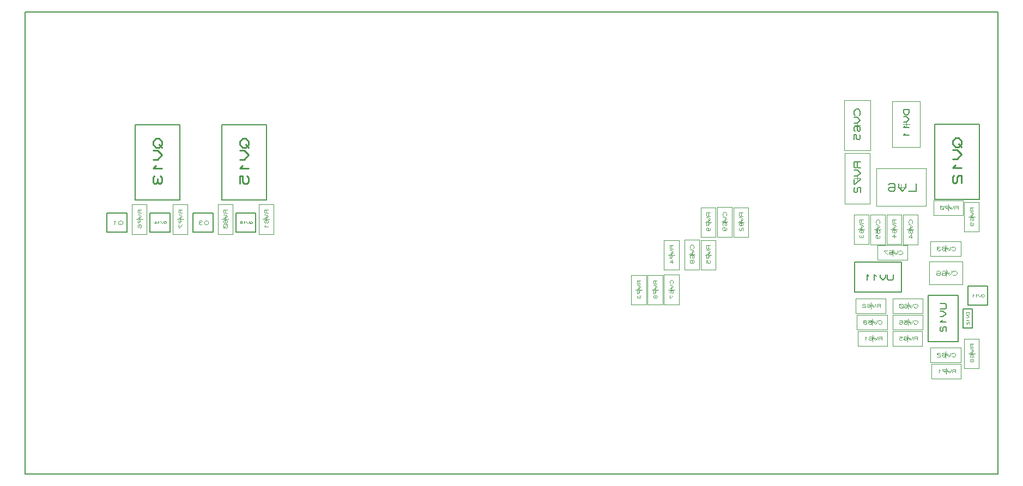
<source format=gbr>
G04 PROTEUS GERBER X2 FILE*
%TF.GenerationSoftware,Labcenter,Proteus,8.7-SP3-Build25561*%
%TF.CreationDate,2021-04-27T11:42:45+00:00*%
%TF.FileFunction,AssemblyDrawing,Bot*%
%TF.FilePolarity,Positive*%
%TF.Part,Single*%
%TF.SameCoordinates,{6203c4a4-ae23-4678-9b2e-be1f49d5fe9b}*%
%FSLAX45Y45*%
%MOMM*%
G01*
%TA.AperFunction,Profile*%
%ADD37C,0.203200*%
%TA.AperFunction,Material*%
%ADD39C,0.203200*%
%ADD127C,0.061970*%
%ADD120C,0.233420*%
%ADD100C,0.050000*%
%ADD128C,0.143000*%
%ADD122C,0.059690*%
%ADD101C,0.193750*%
%ADD117C,0.157000*%
%ADD121C,0.144780*%
%ADD118C,0.159000*%
%ADD119C,0.105000*%
%ADD116C,0.095000*%
%ADD115C,0.093000*%
%ADD129C,0.103290*%
%TD.AperFunction*%
D37*
X-6604000Y-4254500D02*
X+8509000Y-4254500D01*
X+8509000Y+2921000D01*
X-6604000Y+2921000D01*
X-6604000Y-4254500D01*
D39*
X+8041640Y-1630680D02*
X+8351520Y-1630680D01*
X+8351520Y-1338580D01*
X+8041640Y-1338580D01*
X+8041640Y-1630680D01*
D127*
X+8295740Y-1478433D02*
X+8283345Y-1466038D01*
X+8270950Y-1466038D01*
X+8258555Y-1478433D01*
X+8258555Y-1490828D01*
X+8270950Y-1503223D01*
X+8283345Y-1503223D01*
X+8295740Y-1490828D01*
X+8295740Y-1478433D01*
X+8270950Y-1490828D02*
X+8258555Y-1503223D01*
X+8246160Y-1466038D02*
X+8246160Y-1484630D01*
X+8227568Y-1503223D01*
X+8208975Y-1484630D01*
X+8208975Y-1466038D01*
X+8184185Y-1478433D02*
X+8171790Y-1466038D01*
X+8171790Y-1503223D01*
X+8134605Y-1478433D02*
X+8122210Y-1466038D01*
X+8122210Y-1503223D01*
D39*
X+7524750Y+7620D02*
X+8223250Y+7620D01*
X+8223250Y+1174750D01*
X+7524750Y+1174750D01*
X+7524750Y+7620D01*
D120*
X+7850658Y+964665D02*
X+7803973Y+917980D01*
X+7803973Y+871295D01*
X+7850658Y+824610D01*
X+7897343Y+824610D01*
X+7944028Y+871295D01*
X+7944028Y+917980D01*
X+7897343Y+964665D01*
X+7850658Y+964665D01*
X+7897343Y+871295D02*
X+7944028Y+824610D01*
X+7803973Y+777925D02*
X+7874000Y+777925D01*
X+7944028Y+707898D01*
X+7874000Y+637870D01*
X+7803973Y+637870D01*
X+7850658Y+544500D02*
X+7803973Y+497815D01*
X+7944028Y+497815D01*
X+7827315Y+381103D02*
X+7803973Y+357760D01*
X+7803973Y+287733D01*
X+7827315Y+264390D01*
X+7850658Y+264390D01*
X+7874000Y+287733D01*
X+7874000Y+357760D01*
X+7897343Y+381103D01*
X+7944028Y+381103D01*
X+7944028Y+264390D01*
D100*
X+6871600Y+824620D02*
X+6871600Y+1534620D01*
X+7301600Y+1534620D01*
X+7301600Y+824620D01*
X+6871600Y+824620D01*
X+7136600Y+1179620D02*
X+7036600Y+1179620D01*
X+7086600Y+1229620D02*
X+7086600Y+1129620D01*
D128*
X+7129500Y+1408420D02*
X+7043700Y+1408420D01*
X+7043700Y+1351220D01*
X+7072300Y+1322620D01*
X+7100900Y+1322620D01*
X+7129500Y+1351220D01*
X+7129500Y+1408420D01*
X+7043700Y+1294020D02*
X+7086600Y+1294020D01*
X+7129500Y+1251120D01*
X+7086600Y+1208220D01*
X+7043700Y+1208220D01*
X+7072300Y+1151020D02*
X+7043700Y+1122420D01*
X+7129500Y+1122420D01*
X+7072300Y+1036620D02*
X+7043700Y+1008020D01*
X+7129500Y+1008020D01*
D39*
X+7964020Y-1992630D02*
X+8114180Y-1992630D01*
X+8114180Y-1694180D01*
X+7964020Y-1694180D01*
X+7964020Y-1992630D01*
D122*
X+8057007Y-1747901D02*
X+8021193Y-1747901D01*
X+8021193Y-1771777D01*
X+8033131Y-1783715D01*
X+8045069Y-1783715D01*
X+8057007Y-1771777D01*
X+8057007Y-1747901D01*
X+8021193Y-1795653D02*
X+8039100Y-1795653D01*
X+8057007Y-1813560D01*
X+8039100Y-1831467D01*
X+8021193Y-1831467D01*
X+8033131Y-1855343D02*
X+8021193Y-1867281D01*
X+8057007Y-1867281D01*
X+8027162Y-1897126D02*
X+8021193Y-1903095D01*
X+8021193Y-1921002D01*
X+8027162Y-1926971D01*
X+8033131Y-1926971D01*
X+8039100Y-1921002D01*
X+8039100Y-1903095D01*
X+8045069Y-1897126D01*
X+8057007Y-1897126D01*
X+8057007Y-1926971D01*
D100*
X+6620600Y+488120D02*
X+7390600Y+488120D01*
X+7390600Y-91880D01*
X+6620600Y-91880D01*
X+6620600Y+488120D01*
X+7005600Y+148120D02*
X+7005600Y+248120D01*
X+7055600Y+198120D02*
X+6955600Y+198120D01*
D101*
X+7238100Y+256245D02*
X+7238100Y+139995D01*
X+7121850Y+139995D01*
X+7083100Y+256245D02*
X+7083100Y+198120D01*
X+7024975Y+139995D01*
X+6966850Y+198120D01*
X+6966850Y+256245D01*
X+6811850Y+236870D02*
X+6831225Y+256245D01*
X+6889350Y+256245D01*
X+6908725Y+236870D01*
X+6908725Y+159370D01*
X+6889350Y+139995D01*
X+6831225Y+139995D01*
X+6811850Y+159370D01*
X+6811850Y+178745D01*
X+6831225Y+198120D01*
X+6908725Y+198120D01*
D100*
X+6124600Y+769620D02*
X+6124600Y+1549620D01*
X+6524600Y+1549620D01*
X+6524600Y+769620D01*
X+6124600Y+769620D01*
X+6374600Y+1159620D02*
X+6274600Y+1159620D01*
X+6324600Y+1209620D02*
X+6324600Y+1109620D01*
D117*
X+6356000Y+1316620D02*
X+6371700Y+1332320D01*
X+6371700Y+1379420D01*
X+6340300Y+1410820D01*
X+6308900Y+1410820D01*
X+6277500Y+1379420D01*
X+6277500Y+1332320D01*
X+6293200Y+1316620D01*
X+6277500Y+1285220D02*
X+6324600Y+1285220D01*
X+6371700Y+1238120D01*
X+6324600Y+1191020D01*
X+6277500Y+1191020D01*
X+6293200Y+1065420D02*
X+6277500Y+1081120D01*
X+6277500Y+1128220D01*
X+6293200Y+1143920D01*
X+6356000Y+1143920D01*
X+6371700Y+1128220D01*
X+6371700Y+1081120D01*
X+6356000Y+1065420D01*
X+6340300Y+1065420D01*
X+6324600Y+1081120D01*
X+6324600Y+1143920D01*
X+6277500Y+939820D02*
X+6277500Y+1018320D01*
X+6308900Y+1018320D01*
X+6308900Y+955520D01*
X+6324600Y+939820D01*
X+6356000Y+939820D01*
X+6371700Y+955520D01*
X+6371700Y+1002620D01*
X+6356000Y+1018320D01*
D39*
X+6286500Y-1432560D02*
X+7010400Y-1432560D01*
X+7010400Y-965200D01*
X+6286500Y-965200D01*
X+6286500Y-1432560D01*
D121*
X+6880098Y-1155446D02*
X+6880098Y-1227836D01*
X+6865620Y-1242314D01*
X+6807708Y-1242314D01*
X+6793230Y-1227836D01*
X+6793230Y-1155446D01*
X+6764274Y-1155446D02*
X+6764274Y-1198880D01*
X+6720840Y-1242314D01*
X+6677406Y-1198880D01*
X+6677406Y-1155446D01*
X+6619494Y-1184402D02*
X+6590538Y-1155446D01*
X+6590538Y-1242314D01*
X+6503670Y-1184402D02*
X+6474714Y-1155446D01*
X+6474714Y-1242314D01*
D39*
X+7424420Y-2202180D02*
X+7891780Y-2202180D01*
X+7891780Y-1478280D01*
X+7424420Y-1478280D01*
X+7424420Y-2202180D01*
D121*
X+7614666Y-1608582D02*
X+7687056Y-1608582D01*
X+7701534Y-1623060D01*
X+7701534Y-1680972D01*
X+7687056Y-1695450D01*
X+7614666Y-1695450D01*
X+7614666Y-1724406D02*
X+7658100Y-1724406D01*
X+7701534Y-1767840D01*
X+7658100Y-1811274D01*
X+7614666Y-1811274D01*
X+7643622Y-1869186D02*
X+7614666Y-1898142D01*
X+7701534Y-1898142D01*
X+7629144Y-1970532D02*
X+7614666Y-1985010D01*
X+7614666Y-2028444D01*
X+7629144Y-2042922D01*
X+7643622Y-2042922D01*
X+7658100Y-2028444D01*
X+7658100Y-1985010D01*
X+7672578Y-1970532D01*
X+7701534Y-1970532D01*
X+7701534Y-2042922D01*
D100*
X+6519600Y+732620D02*
X+6519600Y-57380D01*
X+6129600Y-57380D01*
X+6129600Y+732620D01*
X+6519600Y+732620D01*
X+6274600Y+337620D02*
X+6374600Y+337620D01*
X+6324600Y+287620D02*
X+6324600Y+387620D01*
D118*
X+6372300Y+592020D02*
X+6276900Y+592020D01*
X+6276900Y+512520D01*
X+6292800Y+496620D01*
X+6308700Y+496620D01*
X+6324600Y+512520D01*
X+6324600Y+592020D01*
X+6324600Y+512520D02*
X+6340500Y+496620D01*
X+6372300Y+496620D01*
X+6276900Y+464820D02*
X+6324600Y+464820D01*
X+6372300Y+417120D01*
X+6324600Y+369420D01*
X+6276900Y+369420D01*
X+6276900Y+321720D02*
X+6276900Y+242220D01*
X+6292800Y+242220D01*
X+6372300Y+321720D01*
X+6292800Y+194520D02*
X+6276900Y+178620D01*
X+6276900Y+130920D01*
X+6292800Y+115020D01*
X+6308700Y+115020D01*
X+6324600Y+130920D01*
X+6324600Y+178620D01*
X+6340500Y+194520D01*
X+6372300Y+194520D01*
X+6372300Y+115020D01*
D100*
X+7963600Y-1310380D02*
X+7443600Y-1310380D01*
X+7443600Y-960380D01*
X+7963600Y-960380D01*
X+7963600Y-1310380D01*
X+7703600Y-1085380D02*
X+7703600Y-1185380D01*
X+7653600Y-1135380D02*
X+7753600Y-1135380D01*
D119*
X+7808600Y-1156380D02*
X+7819100Y-1166880D01*
X+7850600Y-1166880D01*
X+7871600Y-1145880D01*
X+7871600Y-1124880D01*
X+7850600Y-1103880D01*
X+7819100Y-1103880D01*
X+7808600Y-1114380D01*
X+7787600Y-1103880D02*
X+7787600Y-1135380D01*
X+7756100Y-1166880D01*
X+7724600Y-1135380D01*
X+7724600Y-1103880D01*
X+7640600Y-1114380D02*
X+7651100Y-1103880D01*
X+7682600Y-1103880D01*
X+7693100Y-1114380D01*
X+7693100Y-1156380D01*
X+7682600Y-1166880D01*
X+7651100Y-1166880D01*
X+7640600Y-1156380D01*
X+7640600Y-1145880D01*
X+7651100Y-1135380D01*
X+7693100Y-1135380D01*
X+7556600Y-1114380D02*
X+7567100Y-1103880D01*
X+7598600Y-1103880D01*
X+7609100Y-1114380D01*
X+7609100Y-1156380D01*
X+7598600Y-1166880D01*
X+7567100Y-1166880D01*
X+7556600Y-1156380D01*
X+7556600Y-1145880D01*
X+7567100Y-1135380D01*
X+7609100Y-1135380D01*
D100*
X+7933600Y-869380D02*
X+7463600Y-869380D01*
X+7463600Y-639380D01*
X+7933600Y-639380D01*
X+7933600Y-869380D01*
X+7698600Y-704380D02*
X+7698600Y-804380D01*
X+7648600Y-754380D02*
X+7748600Y-754380D01*
D116*
X+7793600Y-773380D02*
X+7803100Y-782880D01*
X+7831600Y-782880D01*
X+7850600Y-763880D01*
X+7850600Y-744880D01*
X+7831600Y-725880D01*
X+7803100Y-725880D01*
X+7793600Y-735380D01*
X+7774600Y-725880D02*
X+7774600Y-754380D01*
X+7746100Y-782880D01*
X+7717600Y-754380D01*
X+7717600Y-725880D01*
X+7641600Y-735380D02*
X+7651100Y-725880D01*
X+7679600Y-725880D01*
X+7689100Y-735380D01*
X+7689100Y-773380D01*
X+7679600Y-782880D01*
X+7651100Y-782880D01*
X+7641600Y-773380D01*
X+7641600Y-763880D01*
X+7651100Y-754380D01*
X+7689100Y-754380D01*
X+7613100Y-735380D02*
X+7603600Y-725880D01*
X+7575100Y-725880D01*
X+7565600Y-735380D01*
X+7565600Y-744880D01*
X+7575100Y-754380D01*
X+7565600Y-763880D01*
X+7565600Y-773380D01*
X+7575100Y-782880D01*
X+7603600Y-782880D01*
X+7613100Y-773380D01*
X+7594100Y-754380D02*
X+7575100Y-754380D01*
D100*
X+6790600Y-2266380D02*
X+6330600Y-2266380D01*
X+6330600Y-2036380D01*
X+6790600Y-2036380D01*
X+6790600Y-2266380D01*
X+6560600Y-2101380D02*
X+6560600Y-2201380D01*
X+6510600Y-2151380D02*
X+6610600Y-2151380D01*
D115*
X+6709400Y-2179280D02*
X+6709400Y-2123480D01*
X+6662900Y-2123480D01*
X+6653600Y-2132780D01*
X+6653600Y-2142080D01*
X+6662900Y-2151380D01*
X+6709400Y-2151380D01*
X+6662900Y-2151380D02*
X+6653600Y-2160680D01*
X+6653600Y-2179280D01*
X+6635000Y-2123480D02*
X+6635000Y-2151380D01*
X+6607100Y-2179280D01*
X+6579200Y-2151380D01*
X+6579200Y-2123480D01*
X+6504800Y-2132780D02*
X+6514100Y-2123480D01*
X+6542000Y-2123480D01*
X+6551300Y-2132780D01*
X+6551300Y-2169980D01*
X+6542000Y-2179280D01*
X+6514100Y-2179280D01*
X+6504800Y-2169980D01*
X+6504800Y-2160680D01*
X+6514100Y-2151380D01*
X+6551300Y-2151380D01*
X+6467600Y-2142080D02*
X+6449000Y-2123480D01*
X+6449000Y-2179280D01*
D100*
X+6763100Y-1758380D02*
X+6303100Y-1758380D01*
X+6303100Y-1528380D01*
X+6763100Y-1528380D01*
X+6763100Y-1758380D01*
X+6533100Y-1593380D02*
X+6533100Y-1693380D01*
X+6483100Y-1643380D02*
X+6583100Y-1643380D01*
D115*
X+6681900Y-1671280D02*
X+6681900Y-1615480D01*
X+6635400Y-1615480D01*
X+6626100Y-1624780D01*
X+6626100Y-1634080D01*
X+6635400Y-1643380D01*
X+6681900Y-1643380D01*
X+6635400Y-1643380D02*
X+6626100Y-1652680D01*
X+6626100Y-1671280D01*
X+6607500Y-1615480D02*
X+6607500Y-1643380D01*
X+6579600Y-1671280D01*
X+6551700Y-1643380D01*
X+6551700Y-1615480D01*
X+6477300Y-1624780D02*
X+6486600Y-1615480D01*
X+6514500Y-1615480D01*
X+6523800Y-1624780D01*
X+6523800Y-1661980D01*
X+6514500Y-1671280D01*
X+6486600Y-1671280D01*
X+6477300Y-1661980D01*
X+6477300Y-1652680D01*
X+6486600Y-1643380D01*
X+6523800Y-1643380D01*
X+6449400Y-1624780D02*
X+6440100Y-1615480D01*
X+6412200Y-1615480D01*
X+6402900Y-1624780D01*
X+6402900Y-1634080D01*
X+6412200Y-1643380D01*
X+6440100Y-1643380D01*
X+6449400Y-1652680D01*
X+6449400Y-1671280D01*
X+6402900Y-1671280D01*
D100*
X+6273100Y-684880D02*
X+6273100Y-224880D01*
X+6503100Y-224880D01*
X+6503100Y-684880D01*
X+6273100Y-684880D01*
X+6438100Y-454880D02*
X+6338100Y-454880D01*
X+6388100Y-404880D02*
X+6388100Y-504880D01*
D115*
X+6416000Y-306080D02*
X+6360200Y-306080D01*
X+6360200Y-352580D01*
X+6369500Y-361880D01*
X+6378800Y-361880D01*
X+6388100Y-352580D01*
X+6388100Y-306080D01*
X+6388100Y-352580D02*
X+6397400Y-361880D01*
X+6416000Y-361880D01*
X+6360200Y-380480D02*
X+6388100Y-380480D01*
X+6416000Y-408380D01*
X+6388100Y-436280D01*
X+6360200Y-436280D01*
X+6369500Y-510680D02*
X+6360200Y-501380D01*
X+6360200Y-473480D01*
X+6369500Y-464180D01*
X+6406700Y-464180D01*
X+6416000Y-473480D01*
X+6416000Y-501380D01*
X+6406700Y-510680D01*
X+6397400Y-510680D01*
X+6388100Y-501380D01*
X+6388100Y-464180D01*
X+6369500Y-538580D02*
X+6360200Y-547880D01*
X+6360200Y-575780D01*
X+6369500Y-585080D01*
X+6378800Y-585080D01*
X+6388100Y-575780D01*
X+6397400Y-585080D01*
X+6406700Y-585080D01*
X+6416000Y-575780D01*
X+6416000Y-547880D01*
X+6406700Y-538580D01*
X+6388100Y-557180D02*
X+6388100Y-575780D01*
D100*
X+6781100Y-684880D02*
X+6781100Y-224880D01*
X+7011100Y-224880D01*
X+7011100Y-684880D01*
X+6781100Y-684880D01*
X+6946100Y-454880D02*
X+6846100Y-454880D01*
X+6896100Y-404880D02*
X+6896100Y-504880D01*
D115*
X+6924000Y-306080D02*
X+6868200Y-306080D01*
X+6868200Y-352580D01*
X+6877500Y-361880D01*
X+6886800Y-361880D01*
X+6896100Y-352580D01*
X+6896100Y-306080D01*
X+6896100Y-352580D02*
X+6905400Y-361880D01*
X+6924000Y-361880D01*
X+6868200Y-380480D02*
X+6896100Y-380480D01*
X+6924000Y-408380D01*
X+6896100Y-436280D01*
X+6868200Y-436280D01*
X+6877500Y-510680D02*
X+6868200Y-501380D01*
X+6868200Y-473480D01*
X+6877500Y-464180D01*
X+6914700Y-464180D01*
X+6924000Y-473480D01*
X+6924000Y-501380D01*
X+6914700Y-510680D01*
X+6905400Y-510680D01*
X+6896100Y-501380D01*
X+6896100Y-464180D01*
X+6905400Y-585080D02*
X+6905400Y-529280D01*
X+6868200Y-566480D01*
X+6924000Y-566480D01*
D100*
X+7334600Y-2266380D02*
X+6874600Y-2266380D01*
X+6874600Y-2036380D01*
X+7334600Y-2036380D01*
X+7334600Y-2266380D01*
X+7104600Y-2101380D02*
X+7104600Y-2201380D01*
X+7054600Y-2151380D02*
X+7154600Y-2151380D01*
D115*
X+7253400Y-2179280D02*
X+7253400Y-2123480D01*
X+7206900Y-2123480D01*
X+7197600Y-2132780D01*
X+7197600Y-2142080D01*
X+7206900Y-2151380D01*
X+7253400Y-2151380D01*
X+7206900Y-2151380D02*
X+7197600Y-2160680D01*
X+7197600Y-2179280D01*
X+7179000Y-2123480D02*
X+7179000Y-2151380D01*
X+7151100Y-2179280D01*
X+7123200Y-2151380D01*
X+7123200Y-2123480D01*
X+7048800Y-2132780D02*
X+7058100Y-2123480D01*
X+7086000Y-2123480D01*
X+7095300Y-2132780D01*
X+7095300Y-2169980D01*
X+7086000Y-2179280D01*
X+7058100Y-2179280D01*
X+7048800Y-2169980D01*
X+7048800Y-2160680D01*
X+7058100Y-2151380D01*
X+7095300Y-2151380D01*
X+6974400Y-2123480D02*
X+7020900Y-2123480D01*
X+7020900Y-2142080D01*
X+6983700Y-2142080D01*
X+6974400Y-2151380D01*
X+6974400Y-2169980D01*
X+6983700Y-2179280D01*
X+7011600Y-2179280D01*
X+7020900Y-2169980D01*
D100*
X+8217600Y-2157380D02*
X+8217600Y-2617380D01*
X+7987600Y-2617380D01*
X+7987600Y-2157380D01*
X+8217600Y-2157380D01*
X+8052600Y-2387380D02*
X+8152600Y-2387380D01*
X+8102600Y-2437380D02*
X+8102600Y-2337380D01*
D115*
X+8130500Y-2238580D02*
X+8074700Y-2238580D01*
X+8074700Y-2285080D01*
X+8084000Y-2294380D01*
X+8093300Y-2294380D01*
X+8102600Y-2285080D01*
X+8102600Y-2238580D01*
X+8102600Y-2285080D02*
X+8111900Y-2294380D01*
X+8130500Y-2294380D01*
X+8074700Y-2312980D02*
X+8102600Y-2312980D01*
X+8130500Y-2340880D01*
X+8102600Y-2368780D01*
X+8074700Y-2368780D01*
X+8084000Y-2443180D02*
X+8074700Y-2433880D01*
X+8074700Y-2405980D01*
X+8084000Y-2396680D01*
X+8121200Y-2396680D01*
X+8130500Y-2405980D01*
X+8130500Y-2433880D01*
X+8121200Y-2443180D01*
X+8111900Y-2443180D01*
X+8102600Y-2433880D01*
X+8102600Y-2396680D01*
X+8102600Y-2480380D02*
X+8093300Y-2471080D01*
X+8084000Y-2471080D01*
X+8074700Y-2480380D01*
X+8074700Y-2508280D01*
X+8084000Y-2517580D01*
X+8093300Y-2517580D01*
X+8102600Y-2508280D01*
X+8102600Y-2480380D01*
X+8111900Y-2471080D01*
X+8121200Y-2471080D01*
X+8130500Y-2480380D01*
X+8130500Y-2508280D01*
X+8121200Y-2517580D01*
X+8111900Y-2517580D01*
X+8102600Y-2508280D01*
D100*
X+7933600Y-2520380D02*
X+7463600Y-2520380D01*
X+7463600Y-2290380D01*
X+7933600Y-2290380D01*
X+7933600Y-2520380D01*
X+7698600Y-2355380D02*
X+7698600Y-2455380D01*
X+7648600Y-2405380D02*
X+7748600Y-2405380D01*
D116*
X+7793600Y-2424380D02*
X+7803100Y-2433880D01*
X+7831600Y-2433880D01*
X+7850600Y-2414880D01*
X+7850600Y-2395880D01*
X+7831600Y-2376880D01*
X+7803100Y-2376880D01*
X+7793600Y-2386380D01*
X+7774600Y-2376880D02*
X+7774600Y-2405380D01*
X+7746100Y-2433880D01*
X+7717600Y-2405380D01*
X+7717600Y-2376880D01*
X+7641600Y-2386380D02*
X+7651100Y-2376880D01*
X+7679600Y-2376880D01*
X+7689100Y-2386380D01*
X+7689100Y-2424380D01*
X+7679600Y-2433880D01*
X+7651100Y-2433880D01*
X+7641600Y-2424380D01*
X+7641600Y-2414880D01*
X+7651100Y-2405380D01*
X+7689100Y-2405380D01*
X+7613100Y-2386380D02*
X+7603600Y-2376880D01*
X+7575100Y-2376880D01*
X+7565600Y-2386380D01*
X+7565600Y-2395880D01*
X+7575100Y-2405380D01*
X+7603600Y-2405380D01*
X+7613100Y-2414880D01*
X+7613100Y-2433880D01*
X+7565600Y-2433880D01*
D100*
X+7265100Y-224880D02*
X+7265100Y-694880D01*
X+7035100Y-694880D01*
X+7035100Y-224880D01*
X+7265100Y-224880D01*
X+7100100Y-459880D02*
X+7200100Y-459880D01*
X+7150100Y-509880D02*
X+7150100Y-409880D01*
D116*
X+7169100Y-364880D02*
X+7178600Y-355380D01*
X+7178600Y-326880D01*
X+7159600Y-307880D01*
X+7140600Y-307880D01*
X+7121600Y-326880D01*
X+7121600Y-355380D01*
X+7131100Y-364880D01*
X+7121600Y-383880D02*
X+7150100Y-383880D01*
X+7178600Y-412380D01*
X+7150100Y-440880D01*
X+7121600Y-440880D01*
X+7131100Y-516880D02*
X+7121600Y-507380D01*
X+7121600Y-478880D01*
X+7131100Y-469380D01*
X+7169100Y-469380D01*
X+7178600Y-478880D01*
X+7178600Y-507380D01*
X+7169100Y-516880D01*
X+7159600Y-516880D01*
X+7150100Y-507380D01*
X+7150100Y-469380D01*
X+7159600Y-592880D02*
X+7159600Y-535880D01*
X+7121600Y-573880D01*
X+7178600Y-573880D01*
D100*
X+8217600Y-34380D02*
X+8217600Y-494380D01*
X+7987600Y-494380D01*
X+7987600Y-34380D01*
X+8217600Y-34380D01*
X+8052600Y-264380D02*
X+8152600Y-264380D01*
X+8102600Y-314380D02*
X+8102600Y-214380D01*
D115*
X+8130500Y-115580D02*
X+8074700Y-115580D01*
X+8074700Y-162080D01*
X+8084000Y-171380D01*
X+8093300Y-171380D01*
X+8102600Y-162080D01*
X+8102600Y-115580D01*
X+8102600Y-162080D02*
X+8111900Y-171380D01*
X+8130500Y-171380D01*
X+8074700Y-189980D02*
X+8102600Y-189980D01*
X+8130500Y-217880D01*
X+8102600Y-245780D01*
X+8074700Y-245780D01*
X+8084000Y-320180D02*
X+8074700Y-310880D01*
X+8074700Y-282980D01*
X+8084000Y-273680D01*
X+8121200Y-273680D01*
X+8130500Y-282980D01*
X+8130500Y-310880D01*
X+8121200Y-320180D01*
X+8111900Y-320180D01*
X+8102600Y-310880D01*
X+8102600Y-273680D01*
X+8093300Y-394580D02*
X+8102600Y-385280D01*
X+8102600Y-357380D01*
X+8093300Y-348080D01*
X+8084000Y-348080D01*
X+8074700Y-357380D01*
X+8074700Y-385280D01*
X+8084000Y-394580D01*
X+8121200Y-394580D01*
X+8130500Y-385280D01*
X+8130500Y-357380D01*
D100*
X+7509600Y-4380D02*
X+7969600Y-4380D01*
X+7969600Y-234380D01*
X+7509600Y-234380D01*
X+7509600Y-4380D01*
X+7739600Y-169380D02*
X+7739600Y-69380D01*
X+7789600Y-119380D02*
X+7689600Y-119380D01*
D115*
X+7888400Y-147280D02*
X+7888400Y-91480D01*
X+7841900Y-91480D01*
X+7832600Y-100780D01*
X+7832600Y-110080D01*
X+7841900Y-119380D01*
X+7888400Y-119380D01*
X+7841900Y-119380D02*
X+7832600Y-128680D01*
X+7832600Y-147280D01*
X+7814000Y-91480D02*
X+7814000Y-119380D01*
X+7786100Y-147280D01*
X+7758200Y-119380D01*
X+7758200Y-91480D01*
X+7730300Y-91480D02*
X+7683800Y-91480D01*
X+7683800Y-100780D01*
X+7730300Y-147280D01*
X+7665200Y-137980D02*
X+7665200Y-100780D01*
X+7655900Y-91480D01*
X+7618700Y-91480D01*
X+7609400Y-100780D01*
X+7609400Y-137980D01*
X+7618700Y-147280D01*
X+7655900Y-147280D01*
X+7665200Y-137980D01*
X+7665200Y-147280D02*
X+7609400Y-91480D01*
D100*
X+7933600Y-2774380D02*
X+7473600Y-2774380D01*
X+7473600Y-2544380D01*
X+7933600Y-2544380D01*
X+7933600Y-2774380D01*
X+7703600Y-2609380D02*
X+7703600Y-2709380D01*
X+7653600Y-2659380D02*
X+7753600Y-2659380D01*
D115*
X+7852400Y-2687280D02*
X+7852400Y-2631480D01*
X+7805900Y-2631480D01*
X+7796600Y-2640780D01*
X+7796600Y-2650080D01*
X+7805900Y-2659380D01*
X+7852400Y-2659380D01*
X+7805900Y-2659380D02*
X+7796600Y-2668680D01*
X+7796600Y-2687280D01*
X+7778000Y-2631480D02*
X+7778000Y-2659380D01*
X+7750100Y-2687280D01*
X+7722200Y-2659380D01*
X+7722200Y-2631480D01*
X+7694300Y-2631480D02*
X+7647800Y-2631480D01*
X+7647800Y-2640780D01*
X+7694300Y-2687280D01*
X+7610600Y-2650080D02*
X+7592000Y-2631480D01*
X+7592000Y-2687280D01*
D100*
X+6757100Y-224880D02*
X+6757100Y-694880D01*
X+6527100Y-694880D01*
X+6527100Y-224880D01*
X+6757100Y-224880D01*
X+6592100Y-459880D02*
X+6692100Y-459880D01*
X+6642100Y-509880D02*
X+6642100Y-409880D01*
D116*
X+6661100Y-364880D02*
X+6670600Y-355380D01*
X+6670600Y-326880D01*
X+6651600Y-307880D01*
X+6632600Y-307880D01*
X+6613600Y-326880D01*
X+6613600Y-355380D01*
X+6623100Y-364880D01*
X+6613600Y-383880D02*
X+6642100Y-383880D01*
X+6670600Y-412380D01*
X+6642100Y-440880D01*
X+6613600Y-440880D01*
X+6613600Y-516880D02*
X+6613600Y-469380D01*
X+6632600Y-469380D01*
X+6632600Y-507380D01*
X+6642100Y-516880D01*
X+6661100Y-516880D01*
X+6670600Y-507380D01*
X+6670600Y-478880D01*
X+6661100Y-469380D01*
X+6632600Y-592880D02*
X+6642100Y-583380D01*
X+6642100Y-554880D01*
X+6632600Y-545380D01*
X+6623100Y-545380D01*
X+6613600Y-554880D01*
X+6613600Y-583380D01*
X+6623100Y-592880D01*
X+6661100Y-592880D01*
X+6670600Y-583380D01*
X+6670600Y-554880D01*
D100*
X+7108100Y-932880D02*
X+6638100Y-932880D01*
X+6638100Y-702880D01*
X+7108100Y-702880D01*
X+7108100Y-932880D01*
X+6873100Y-767880D02*
X+6873100Y-867880D01*
X+6823100Y-817880D02*
X+6923100Y-817880D01*
D116*
X+6968100Y-836880D02*
X+6977600Y-846380D01*
X+7006100Y-846380D01*
X+7025100Y-827380D01*
X+7025100Y-808380D01*
X+7006100Y-789380D01*
X+6977600Y-789380D01*
X+6968100Y-798880D01*
X+6949100Y-789380D02*
X+6949100Y-817880D01*
X+6920600Y-846380D01*
X+6892100Y-817880D01*
X+6892100Y-789380D01*
X+6816100Y-789380D02*
X+6863600Y-789380D01*
X+6863600Y-808380D01*
X+6825600Y-808380D01*
X+6816100Y-817880D01*
X+6816100Y-836880D01*
X+6825600Y-846380D01*
X+6854100Y-846380D01*
X+6863600Y-836880D01*
X+6787600Y-789380D02*
X+6740100Y-789380D01*
X+6740100Y-798880D01*
X+6787600Y-846380D01*
D100*
X+7344600Y-1758380D02*
X+6874600Y-1758380D01*
X+6874600Y-1528380D01*
X+7344600Y-1528380D01*
X+7344600Y-1758380D01*
X+7109600Y-1593380D02*
X+7109600Y-1693380D01*
X+7059600Y-1643380D02*
X+7159600Y-1643380D01*
D116*
X+7204600Y-1662380D02*
X+7214100Y-1671880D01*
X+7242600Y-1671880D01*
X+7261600Y-1652880D01*
X+7261600Y-1633880D01*
X+7242600Y-1614880D01*
X+7214100Y-1614880D01*
X+7204600Y-1624380D01*
X+7185600Y-1614880D02*
X+7185600Y-1643380D01*
X+7157100Y-1671880D01*
X+7128600Y-1643380D01*
X+7128600Y-1614880D01*
X+7052600Y-1624380D02*
X+7062100Y-1614880D01*
X+7090600Y-1614880D01*
X+7100100Y-1624380D01*
X+7100100Y-1662380D01*
X+7090600Y-1671880D01*
X+7062100Y-1671880D01*
X+7052600Y-1662380D01*
X+7052600Y-1652880D01*
X+7062100Y-1643380D01*
X+7100100Y-1643380D01*
X+7033600Y-1662380D02*
X+7033600Y-1624380D01*
X+7024100Y-1614880D01*
X+6986100Y-1614880D01*
X+6976600Y-1624380D01*
X+6976600Y-1662380D01*
X+6986100Y-1671880D01*
X+7024100Y-1671880D01*
X+7033600Y-1662380D01*
X+7033600Y-1671880D02*
X+6976600Y-1614880D01*
D100*
X+7344600Y-2012380D02*
X+6874600Y-2012380D01*
X+6874600Y-1782380D01*
X+7344600Y-1782380D01*
X+7344600Y-2012380D01*
X+7109600Y-1847380D02*
X+7109600Y-1947380D01*
X+7059600Y-1897380D02*
X+7159600Y-1897380D01*
D116*
X+7204600Y-1916380D02*
X+7214100Y-1925880D01*
X+7242600Y-1925880D01*
X+7261600Y-1906880D01*
X+7261600Y-1887880D01*
X+7242600Y-1868880D01*
X+7214100Y-1868880D01*
X+7204600Y-1878380D01*
X+7185600Y-1868880D02*
X+7185600Y-1897380D01*
X+7157100Y-1925880D01*
X+7128600Y-1897380D01*
X+7128600Y-1868880D01*
X+7052600Y-1868880D02*
X+7100100Y-1868880D01*
X+7100100Y-1887880D01*
X+7062100Y-1887880D01*
X+7052600Y-1897380D01*
X+7052600Y-1916380D01*
X+7062100Y-1925880D01*
X+7090600Y-1925880D01*
X+7100100Y-1916380D01*
X+6976600Y-1878380D02*
X+6986100Y-1868880D01*
X+7014600Y-1868880D01*
X+7024100Y-1878380D01*
X+7024100Y-1916380D01*
X+7014600Y-1925880D01*
X+6986100Y-1925880D01*
X+6976600Y-1916380D01*
X+6976600Y-1906880D01*
X+6986100Y-1897380D01*
X+7024100Y-1897380D01*
D100*
X+6790600Y-2012380D02*
X+6320600Y-2012380D01*
X+6320600Y-1782380D01*
X+6790600Y-1782380D01*
X+6790600Y-2012380D01*
X+6555600Y-1847380D02*
X+6555600Y-1947380D01*
X+6505600Y-1897380D02*
X+6605600Y-1897380D01*
D116*
X+6650600Y-1916380D02*
X+6660100Y-1925880D01*
X+6688600Y-1925880D01*
X+6707600Y-1906880D01*
X+6707600Y-1887880D01*
X+6688600Y-1868880D01*
X+6660100Y-1868880D01*
X+6650600Y-1878380D01*
X+6631600Y-1868880D02*
X+6631600Y-1897380D01*
X+6603100Y-1925880D01*
X+6574600Y-1897380D01*
X+6574600Y-1868880D01*
X+6498600Y-1868880D02*
X+6546100Y-1868880D01*
X+6546100Y-1887880D01*
X+6508100Y-1887880D01*
X+6498600Y-1897380D01*
X+6498600Y-1916380D01*
X+6508100Y-1925880D01*
X+6536600Y-1925880D01*
X+6546100Y-1916380D01*
X+6460600Y-1897380D02*
X+6470100Y-1887880D01*
X+6470100Y-1878380D01*
X+6460600Y-1868880D01*
X+6432100Y-1868880D01*
X+6422600Y-1878380D01*
X+6422600Y-1887880D01*
X+6432100Y-1897380D01*
X+6460600Y-1897380D01*
X+6470100Y-1906880D01*
X+6470100Y-1916380D01*
X+6460600Y-1925880D01*
X+6432100Y-1925880D01*
X+6422600Y-1916380D01*
X+6422600Y-1906880D01*
X+6432100Y-1897380D01*
D39*
X-4895850Y+0D02*
X-4197350Y+0D01*
X-4197350Y+1167130D01*
X-4895850Y+1167130D01*
X-4895850Y+0D01*
D120*
X-4569942Y+957045D02*
X-4616627Y+910360D01*
X-4616627Y+863675D01*
X-4569942Y+816990D01*
X-4523257Y+816990D01*
X-4476572Y+863675D01*
X-4476572Y+910360D01*
X-4523257Y+957045D01*
X-4569942Y+957045D01*
X-4523257Y+863675D02*
X-4476572Y+816990D01*
X-4616627Y+770305D02*
X-4546600Y+770305D01*
X-4476572Y+700278D01*
X-4546600Y+630250D01*
X-4616627Y+630250D01*
X-4569942Y+536880D02*
X-4616627Y+490195D01*
X-4476572Y+490195D01*
X-4593285Y+373483D02*
X-4616627Y+350140D01*
X-4616627Y+280113D01*
X-4593285Y+256770D01*
X-4569942Y+256770D01*
X-4546600Y+280113D01*
X-4523257Y+256770D01*
X-4499914Y+256770D01*
X-4476572Y+280113D01*
X-4476572Y+350140D01*
X-4499914Y+373483D01*
X-4546600Y+326798D02*
X-4546600Y+280113D01*
D39*
X-3549650Y+0D02*
X-2851150Y+0D01*
X-2851150Y+1167130D01*
X-3549650Y+1167130D01*
X-3549650Y+0D01*
D120*
X-3223742Y+957045D02*
X-3270427Y+910360D01*
X-3270427Y+863675D01*
X-3223742Y+816990D01*
X-3177057Y+816990D01*
X-3130372Y+863675D01*
X-3130372Y+910360D01*
X-3177057Y+957045D01*
X-3223742Y+957045D01*
X-3177057Y+863675D02*
X-3130372Y+816990D01*
X-3270427Y+770305D02*
X-3200400Y+770305D01*
X-3130372Y+700278D01*
X-3200400Y+630250D01*
X-3270427Y+630250D01*
X-3223742Y+536880D02*
X-3270427Y+490195D01*
X-3130372Y+490195D01*
X-3270427Y+256770D02*
X-3270427Y+373483D01*
X-3223742Y+373483D01*
X-3223742Y+280113D01*
X-3200400Y+256770D01*
X-3153714Y+256770D01*
X-3130372Y+280113D01*
X-3130372Y+350140D01*
X-3153714Y+373483D01*
D39*
X-5328920Y-495300D02*
X-5019040Y-495300D01*
X-5019040Y-203200D01*
X-5328920Y-203200D01*
X-5328920Y-495300D01*
D129*
X-5091346Y-338921D02*
X-5112004Y-318262D01*
X-5132663Y-318262D01*
X-5153321Y-338921D01*
X-5153321Y-359579D01*
X-5132663Y-380238D01*
X-5112004Y-380238D01*
X-5091346Y-359579D01*
X-5091346Y-338921D01*
X-5132663Y-359579D02*
X-5153321Y-380238D01*
X-5194638Y-338921D02*
X-5215297Y-318262D01*
X-5215297Y-380238D01*
D39*
X-3995420Y-495300D02*
X-3685540Y-495300D01*
X-3685540Y-203200D01*
X-3995420Y-203200D01*
X-3995420Y-495300D01*
D129*
X-3757846Y-338921D02*
X-3778504Y-318262D01*
X-3799163Y-318262D01*
X-3819821Y-338921D01*
X-3819821Y-359579D01*
X-3799163Y-380238D01*
X-3778504Y-380238D01*
X-3757846Y-359579D01*
X-3757846Y-338921D01*
X-3799163Y-359579D02*
X-3819821Y-380238D01*
X-3850809Y-328591D02*
X-3861138Y-318262D01*
X-3892126Y-318262D01*
X-3902455Y-328591D01*
X-3902455Y-338921D01*
X-3892126Y-349250D01*
X-3902455Y-359579D01*
X-3902455Y-369909D01*
X-3892126Y-380238D01*
X-3861138Y-380238D01*
X-3850809Y-369909D01*
X-3871467Y-349250D02*
X-3892126Y-349250D01*
D39*
X-4663440Y-495300D02*
X-4353560Y-495300D01*
X-4353560Y-203200D01*
X-4663440Y-203200D01*
X-4663440Y-495300D01*
D127*
X-4409340Y-343053D02*
X-4421735Y-330658D01*
X-4434130Y-330658D01*
X-4446525Y-343053D01*
X-4446525Y-355448D01*
X-4434130Y-367843D01*
X-4421735Y-367843D01*
X-4409340Y-355448D01*
X-4409340Y-343053D01*
X-4434130Y-355448D02*
X-4446525Y-367843D01*
X-4458920Y-330658D02*
X-4458920Y-349250D01*
X-4477512Y-367843D01*
X-4496105Y-349250D01*
X-4496105Y-330658D01*
X-4520895Y-343053D02*
X-4533290Y-330658D01*
X-4533290Y-367843D01*
X-4595265Y-355448D02*
X-4558080Y-355448D01*
X-4582870Y-330658D01*
X-4582870Y-367843D01*
D39*
X-3329940Y-495300D02*
X-3020060Y-495300D01*
X-3020060Y-203200D01*
X-3329940Y-203200D01*
X-3329940Y-495300D01*
D127*
X-3075840Y-343053D02*
X-3088235Y-330658D01*
X-3100630Y-330658D01*
X-3113025Y-343053D01*
X-3113025Y-355448D01*
X-3100630Y-367843D01*
X-3088235Y-367843D01*
X-3075840Y-355448D01*
X-3075840Y-343053D01*
X-3100630Y-355448D02*
X-3113025Y-367843D01*
X-3125420Y-330658D02*
X-3125420Y-349250D01*
X-3144012Y-367843D01*
X-3162605Y-349250D01*
X-3162605Y-330658D01*
X-3187395Y-343053D02*
X-3199790Y-330658D01*
X-3199790Y-367843D01*
X-3261765Y-336855D02*
X-3255567Y-330658D01*
X-3236975Y-330658D01*
X-3230777Y-336855D01*
X-3230777Y-361646D01*
X-3236975Y-367843D01*
X-3255567Y-367843D01*
X-3261765Y-361646D01*
X-3261765Y-355448D01*
X-3255567Y-349250D01*
X-3230777Y-349250D01*
D100*
X-4711000Y-69500D02*
X-4711000Y-529500D01*
X-4941000Y-529500D01*
X-4941000Y-69500D01*
X-4711000Y-69500D01*
X-4876000Y-299500D02*
X-4776000Y-299500D01*
X-4826000Y-349500D02*
X-4826000Y-249500D01*
D115*
X-4798100Y-150700D02*
X-4853900Y-150700D01*
X-4853900Y-197200D01*
X-4844600Y-206500D01*
X-4835300Y-206500D01*
X-4826000Y-197200D01*
X-4826000Y-150700D01*
X-4826000Y-197200D02*
X-4816700Y-206500D01*
X-4798100Y-206500D01*
X-4853900Y-225100D02*
X-4826000Y-225100D01*
X-4798100Y-253000D01*
X-4826000Y-280900D01*
X-4853900Y-280900D01*
X-4853900Y-308800D02*
X-4853900Y-355300D01*
X-4844600Y-355300D01*
X-4798100Y-308800D01*
X-4844600Y-429700D02*
X-4853900Y-420400D01*
X-4853900Y-392500D01*
X-4844600Y-383200D01*
X-4807400Y-383200D01*
X-4798100Y-392500D01*
X-4798100Y-420400D01*
X-4807400Y-429700D01*
X-4816700Y-429700D01*
X-4826000Y-420400D01*
X-4826000Y-383200D01*
D100*
X-4076000Y-69500D02*
X-4076000Y-529500D01*
X-4306000Y-529500D01*
X-4306000Y-69500D01*
X-4076000Y-69500D01*
X-4241000Y-299500D02*
X-4141000Y-299500D01*
X-4191000Y-349500D02*
X-4191000Y-249500D01*
D115*
X-4163100Y-150700D02*
X-4218900Y-150700D01*
X-4218900Y-197200D01*
X-4209600Y-206500D01*
X-4200300Y-206500D01*
X-4191000Y-197200D01*
X-4191000Y-150700D01*
X-4191000Y-197200D02*
X-4181700Y-206500D01*
X-4163100Y-206500D01*
X-4218900Y-225100D02*
X-4191000Y-225100D01*
X-4163100Y-253000D01*
X-4191000Y-280900D01*
X-4218900Y-280900D01*
X-4218900Y-308800D02*
X-4218900Y-355300D01*
X-4209600Y-355300D01*
X-4163100Y-308800D01*
X-4218900Y-383200D02*
X-4218900Y-429700D01*
X-4209600Y-429700D01*
X-4163100Y-383200D01*
D100*
X-3377500Y-69500D02*
X-3377500Y-529500D01*
X-3607500Y-529500D01*
X-3607500Y-69500D01*
X-3377500Y-69500D01*
X-3542500Y-299500D02*
X-3442500Y-299500D01*
X-3492500Y-349500D02*
X-3492500Y-249500D01*
D115*
X-3464600Y-150700D02*
X-3520400Y-150700D01*
X-3520400Y-197200D01*
X-3511100Y-206500D01*
X-3501800Y-206500D01*
X-3492500Y-197200D01*
X-3492500Y-150700D01*
X-3492500Y-197200D02*
X-3483200Y-206500D01*
X-3464600Y-206500D01*
X-3520400Y-225100D02*
X-3492500Y-225100D01*
X-3464600Y-253000D01*
X-3492500Y-280900D01*
X-3520400Y-280900D01*
X-3492500Y-318100D02*
X-3501800Y-308800D01*
X-3511100Y-308800D01*
X-3520400Y-318100D01*
X-3520400Y-346000D01*
X-3511100Y-355300D01*
X-3501800Y-355300D01*
X-3492500Y-346000D01*
X-3492500Y-318100D01*
X-3483200Y-308800D01*
X-3473900Y-308800D01*
X-3464600Y-318100D01*
X-3464600Y-346000D01*
X-3473900Y-355300D01*
X-3483200Y-355300D01*
X-3492500Y-346000D01*
X-3473900Y-373900D02*
X-3511100Y-373900D01*
X-3520400Y-383200D01*
X-3520400Y-420400D01*
X-3511100Y-429700D01*
X-3473900Y-429700D01*
X-3464600Y-420400D01*
X-3464600Y-383200D01*
X-3473900Y-373900D01*
X-3464600Y-373900D02*
X-3520400Y-429700D01*
D100*
X-2742500Y-69500D02*
X-2742500Y-529500D01*
X-2972500Y-529500D01*
X-2972500Y-69500D01*
X-2742500Y-69500D01*
X-2907500Y-299500D02*
X-2807500Y-299500D01*
X-2857500Y-349500D02*
X-2857500Y-249500D01*
D115*
X-2829600Y-150700D02*
X-2885400Y-150700D01*
X-2885400Y-197200D01*
X-2876100Y-206500D01*
X-2866800Y-206500D01*
X-2857500Y-197200D01*
X-2857500Y-150700D01*
X-2857500Y-197200D02*
X-2848200Y-206500D01*
X-2829600Y-206500D01*
X-2885400Y-225100D02*
X-2857500Y-225100D01*
X-2829600Y-253000D01*
X-2857500Y-280900D01*
X-2885400Y-280900D01*
X-2857500Y-318100D02*
X-2866800Y-308800D01*
X-2876100Y-308800D01*
X-2885400Y-318100D01*
X-2885400Y-346000D01*
X-2876100Y-355300D01*
X-2866800Y-355300D01*
X-2857500Y-346000D01*
X-2857500Y-318100D01*
X-2848200Y-308800D01*
X-2838900Y-308800D01*
X-2829600Y-318100D01*
X-2829600Y-346000D01*
X-2838900Y-355300D01*
X-2848200Y-355300D01*
X-2857500Y-346000D01*
X-2866800Y-392500D02*
X-2885400Y-411100D01*
X-2829600Y-411100D01*
D100*
X+3554000Y-1157500D02*
X+3554000Y-1627500D01*
X+3324000Y-1627500D01*
X+3324000Y-1157500D01*
X+3554000Y-1157500D01*
X+3389000Y-1392500D02*
X+3489000Y-1392500D01*
X+3439000Y-1442500D02*
X+3439000Y-1342500D01*
D116*
X+3458000Y-1297500D02*
X+3467500Y-1288000D01*
X+3467500Y-1259500D01*
X+3448500Y-1240500D01*
X+3429500Y-1240500D01*
X+3410500Y-1259500D01*
X+3410500Y-1288000D01*
X+3420000Y-1297500D01*
X+3410500Y-1316500D02*
X+3439000Y-1316500D01*
X+3467500Y-1345000D01*
X+3439000Y-1373500D01*
X+3410500Y-1373500D01*
X+3420000Y-1449500D02*
X+3410500Y-1440000D01*
X+3410500Y-1411500D01*
X+3420000Y-1402000D01*
X+3458000Y-1402000D01*
X+3467500Y-1411500D01*
X+3467500Y-1440000D01*
X+3458000Y-1449500D01*
X+3448500Y-1449500D01*
X+3439000Y-1440000D01*
X+3439000Y-1402000D01*
X+3410500Y-1478000D02*
X+3410500Y-1525500D01*
X+3420000Y-1525500D01*
X+3467500Y-1478000D01*
D100*
X+3871500Y-613500D02*
X+3871500Y-1083500D01*
X+3641500Y-1083500D01*
X+3641500Y-613500D01*
X+3871500Y-613500D01*
X+3706500Y-848500D02*
X+3806500Y-848500D01*
X+3756500Y-898500D02*
X+3756500Y-798500D01*
D116*
X+3775500Y-753500D02*
X+3785000Y-744000D01*
X+3785000Y-715500D01*
X+3766000Y-696500D01*
X+3747000Y-696500D01*
X+3728000Y-715500D01*
X+3728000Y-744000D01*
X+3737500Y-753500D01*
X+3728000Y-772500D02*
X+3756500Y-772500D01*
X+3785000Y-801000D01*
X+3756500Y-829500D01*
X+3728000Y-829500D01*
X+3737500Y-905500D02*
X+3728000Y-896000D01*
X+3728000Y-867500D01*
X+3737500Y-858000D01*
X+3775500Y-858000D01*
X+3785000Y-867500D01*
X+3785000Y-896000D01*
X+3775500Y-905500D01*
X+3766000Y-905500D01*
X+3756500Y-896000D01*
X+3756500Y-858000D01*
X+3756500Y-943500D02*
X+3747000Y-934000D01*
X+3737500Y-934000D01*
X+3728000Y-943500D01*
X+3728000Y-972000D01*
X+3737500Y-981500D01*
X+3747000Y-981500D01*
X+3756500Y-972000D01*
X+3756500Y-943500D01*
X+3766000Y-934000D01*
X+3775500Y-934000D01*
X+3785000Y-943500D01*
X+3785000Y-972000D01*
X+3775500Y-981500D01*
X+3766000Y-981500D01*
X+3756500Y-972000D01*
D100*
X+4379500Y-105500D02*
X+4379500Y-575500D01*
X+4149500Y-575500D01*
X+4149500Y-105500D01*
X+4379500Y-105500D01*
X+4214500Y-340500D02*
X+4314500Y-340500D01*
X+4264500Y-390500D02*
X+4264500Y-290500D01*
D116*
X+4283500Y-245500D02*
X+4293000Y-236000D01*
X+4293000Y-207500D01*
X+4274000Y-188500D01*
X+4255000Y-188500D01*
X+4236000Y-207500D01*
X+4236000Y-236000D01*
X+4245500Y-245500D01*
X+4236000Y-264500D02*
X+4264500Y-264500D01*
X+4293000Y-293000D01*
X+4264500Y-321500D01*
X+4236000Y-321500D01*
X+4245500Y-397500D02*
X+4236000Y-388000D01*
X+4236000Y-359500D01*
X+4245500Y-350000D01*
X+4283500Y-350000D01*
X+4293000Y-359500D01*
X+4293000Y-388000D01*
X+4283500Y-397500D01*
X+4274000Y-397500D01*
X+4264500Y-388000D01*
X+4264500Y-350000D01*
X+4255000Y-473500D02*
X+4264500Y-464000D01*
X+4264500Y-435500D01*
X+4255000Y-426000D01*
X+4245500Y-426000D01*
X+4236000Y-435500D01*
X+4236000Y-464000D01*
X+4245500Y-473500D01*
X+4283500Y-473500D01*
X+4293000Y-464000D01*
X+4293000Y-435500D01*
D100*
X+2816000Y-1627500D02*
X+2816000Y-1167500D01*
X+3046000Y-1167500D01*
X+3046000Y-1627500D01*
X+2816000Y-1627500D01*
X+2981000Y-1397500D02*
X+2881000Y-1397500D01*
X+2931000Y-1347500D02*
X+2931000Y-1447500D01*
D115*
X+2958900Y-1248700D02*
X+2903100Y-1248700D01*
X+2903100Y-1295200D01*
X+2912400Y-1304500D01*
X+2921700Y-1304500D01*
X+2931000Y-1295200D01*
X+2931000Y-1248700D01*
X+2931000Y-1295200D02*
X+2940300Y-1304500D01*
X+2958900Y-1304500D01*
X+2903100Y-1323100D02*
X+2931000Y-1323100D01*
X+2958900Y-1351000D01*
X+2931000Y-1378900D01*
X+2903100Y-1378900D01*
X+2903100Y-1406800D02*
X+2903100Y-1453300D01*
X+2912400Y-1453300D01*
X+2958900Y-1406800D01*
X+2912400Y-1481200D02*
X+2903100Y-1490500D01*
X+2903100Y-1518400D01*
X+2912400Y-1527700D01*
X+2921700Y-1527700D01*
X+2931000Y-1518400D01*
X+2940300Y-1527700D01*
X+2949600Y-1527700D01*
X+2958900Y-1518400D01*
X+2958900Y-1490500D01*
X+2949600Y-1481200D01*
X+2931000Y-1499800D02*
X+2931000Y-1518400D01*
D100*
X+3324000Y-1083500D02*
X+3324000Y-623500D01*
X+3554000Y-623500D01*
X+3554000Y-1083500D01*
X+3324000Y-1083500D01*
X+3489000Y-853500D02*
X+3389000Y-853500D01*
X+3439000Y-803500D02*
X+3439000Y-903500D01*
D115*
X+3466900Y-704700D02*
X+3411100Y-704700D01*
X+3411100Y-751200D01*
X+3420400Y-760500D01*
X+3429700Y-760500D01*
X+3439000Y-751200D01*
X+3439000Y-704700D01*
X+3439000Y-751200D02*
X+3448300Y-760500D01*
X+3466900Y-760500D01*
X+3411100Y-779100D02*
X+3439000Y-779100D01*
X+3466900Y-807000D01*
X+3439000Y-834900D01*
X+3411100Y-834900D01*
X+3411100Y-862800D02*
X+3411100Y-909300D01*
X+3420400Y-909300D01*
X+3466900Y-862800D01*
X+3448300Y-983700D02*
X+3448300Y-927900D01*
X+3411100Y-965100D01*
X+3466900Y-965100D01*
D100*
X+3895500Y-1083500D02*
X+3895500Y-623500D01*
X+4125500Y-623500D01*
X+4125500Y-1083500D01*
X+3895500Y-1083500D01*
X+4060500Y-853500D02*
X+3960500Y-853500D01*
X+4010500Y-803500D02*
X+4010500Y-903500D01*
D115*
X+4038400Y-704700D02*
X+3982600Y-704700D01*
X+3982600Y-751200D01*
X+3991900Y-760500D01*
X+4001200Y-760500D01*
X+4010500Y-751200D01*
X+4010500Y-704700D01*
X+4010500Y-751200D02*
X+4019800Y-760500D01*
X+4038400Y-760500D01*
X+3982600Y-779100D02*
X+4010500Y-779100D01*
X+4038400Y-807000D01*
X+4010500Y-834900D01*
X+3982600Y-834900D01*
X+3982600Y-862800D02*
X+3982600Y-909300D01*
X+3991900Y-909300D01*
X+4038400Y-862800D01*
X+3982600Y-983700D02*
X+3982600Y-937200D01*
X+4001200Y-937200D01*
X+4001200Y-974400D01*
X+4010500Y-983700D01*
X+4029100Y-983700D01*
X+4038400Y-974400D01*
X+4038400Y-946500D01*
X+4029100Y-937200D01*
D100*
X+3070000Y-1627500D02*
X+3070000Y-1167500D01*
X+3300000Y-1167500D01*
X+3300000Y-1627500D01*
X+3070000Y-1627500D01*
X+3235000Y-1397500D02*
X+3135000Y-1397500D01*
X+3185000Y-1347500D02*
X+3185000Y-1447500D01*
D115*
X+3212900Y-1248700D02*
X+3157100Y-1248700D01*
X+3157100Y-1295200D01*
X+3166400Y-1304500D01*
X+3175700Y-1304500D01*
X+3185000Y-1295200D01*
X+3185000Y-1248700D01*
X+3185000Y-1295200D02*
X+3194300Y-1304500D01*
X+3212900Y-1304500D01*
X+3157100Y-1323100D02*
X+3185000Y-1323100D01*
X+3212900Y-1351000D01*
X+3185000Y-1378900D01*
X+3157100Y-1378900D01*
X+3157100Y-1406800D02*
X+3157100Y-1453300D01*
X+3166400Y-1453300D01*
X+3212900Y-1406800D01*
X+3185000Y-1490500D02*
X+3175700Y-1481200D01*
X+3166400Y-1481200D01*
X+3157100Y-1490500D01*
X+3157100Y-1518400D01*
X+3166400Y-1527700D01*
X+3175700Y-1527700D01*
X+3185000Y-1518400D01*
X+3185000Y-1490500D01*
X+3194300Y-1481200D01*
X+3203600Y-1481200D01*
X+3212900Y-1490500D01*
X+3212900Y-1518400D01*
X+3203600Y-1527700D01*
X+3194300Y-1527700D01*
X+3185000Y-1518400D01*
D100*
X+3895500Y-575500D02*
X+3895500Y-115500D01*
X+4125500Y-115500D01*
X+4125500Y-575500D01*
X+3895500Y-575500D01*
X+4060500Y-345500D02*
X+3960500Y-345500D01*
X+4010500Y-295500D02*
X+4010500Y-395500D01*
D115*
X+4038400Y-196700D02*
X+3982600Y-196700D01*
X+3982600Y-243200D01*
X+3991900Y-252500D01*
X+4001200Y-252500D01*
X+4010500Y-243200D01*
X+4010500Y-196700D01*
X+4010500Y-243200D02*
X+4019800Y-252500D01*
X+4038400Y-252500D01*
X+3982600Y-271100D02*
X+4010500Y-271100D01*
X+4038400Y-299000D01*
X+4010500Y-326900D01*
X+3982600Y-326900D01*
X+3982600Y-354800D02*
X+3982600Y-401300D01*
X+3991900Y-401300D01*
X+4038400Y-354800D01*
X+4001200Y-475700D02*
X+4010500Y-466400D01*
X+4010500Y-438500D01*
X+4001200Y-429200D01*
X+3991900Y-429200D01*
X+3982600Y-438500D01*
X+3982600Y-466400D01*
X+3991900Y-475700D01*
X+4029100Y-475700D01*
X+4038400Y-466400D01*
X+4038400Y-438500D01*
D100*
X+4403500Y-575500D02*
X+4403500Y-115500D01*
X+4633500Y-115500D01*
X+4633500Y-575500D01*
X+4403500Y-575500D01*
X+4568500Y-345500D02*
X+4468500Y-345500D01*
X+4518500Y-295500D02*
X+4518500Y-395500D01*
D115*
X+4546400Y-196700D02*
X+4490600Y-196700D01*
X+4490600Y-243200D01*
X+4499900Y-252500D01*
X+4509200Y-252500D01*
X+4518500Y-243200D01*
X+4518500Y-196700D01*
X+4518500Y-243200D02*
X+4527800Y-252500D01*
X+4546400Y-252500D01*
X+4490600Y-271100D02*
X+4518500Y-271100D01*
X+4546400Y-299000D01*
X+4518500Y-326900D01*
X+4490600Y-326900D01*
X+4518500Y-364100D02*
X+4509200Y-354800D01*
X+4499900Y-354800D01*
X+4490600Y-364100D01*
X+4490600Y-392000D01*
X+4499900Y-401300D01*
X+4509200Y-401300D01*
X+4518500Y-392000D01*
X+4518500Y-364100D01*
X+4527800Y-354800D01*
X+4537100Y-354800D01*
X+4546400Y-364100D01*
X+4546400Y-392000D01*
X+4537100Y-401300D01*
X+4527800Y-401300D01*
X+4518500Y-392000D01*
X+4499900Y-429200D02*
X+4490600Y-438500D01*
X+4490600Y-466400D01*
X+4499900Y-475700D01*
X+4509200Y-475700D01*
X+4518500Y-466400D01*
X+4518500Y-438500D01*
X+4527800Y-429200D01*
X+4546400Y-429200D01*
X+4546400Y-475700D01*
M02*

</source>
